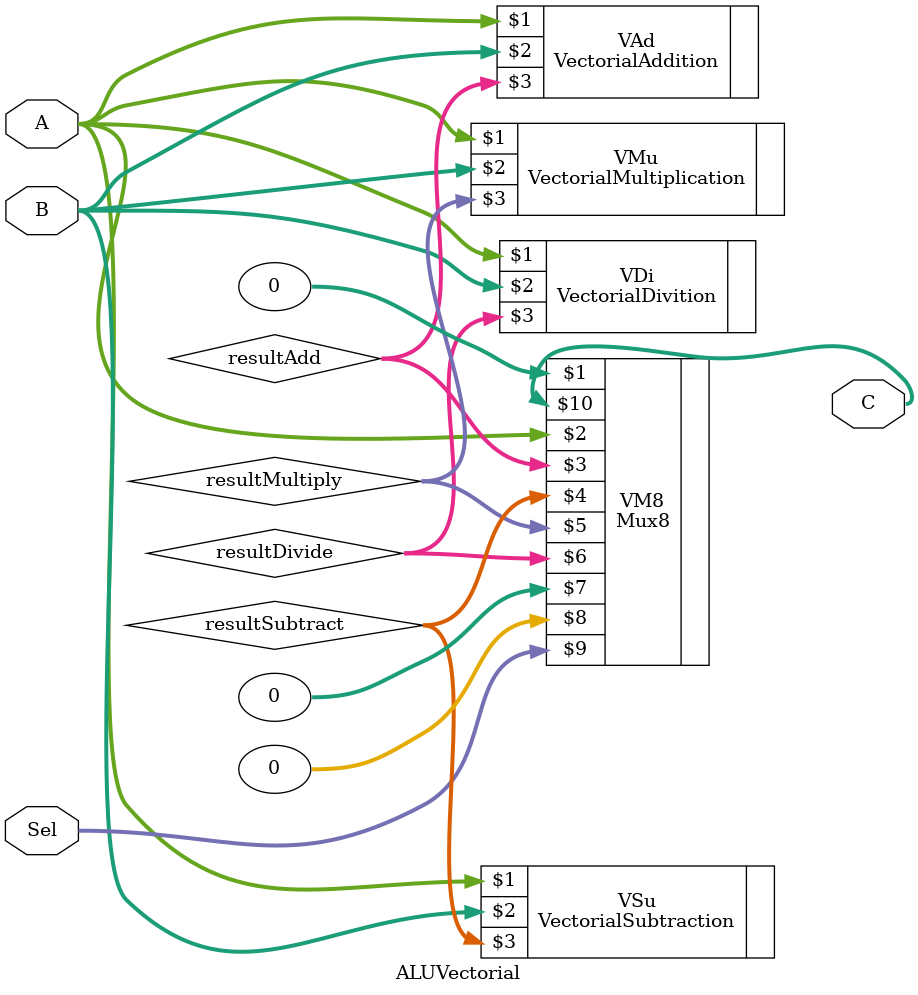
<source format=sv>
module ALUVectorial #(parameter N = 128) (input logic [N-1:0] A, B,
													   input logic [2:0] Sel,
													   output logic [N-1:0] C);

			
	logic [N-1:0] resultAdd, resultSubtract, resultMultiply, resultDivide;
			
	VectorialAddition #(N) VAd(A, B, resultAdd);
	VectorialSubtraction #(N) VSu(A, B, resultSubtract);
	VectorialMultiplication #(N) VMu(A, B, resultMultiply);
	VectorialDivition #(N) VDi(A, B, resultDivide);
	
	Mux8 #(N) VM8('b0, A, resultAdd, resultSubtract, resultMultiply, resultDivide, 'b0, 'b0, Sel, C);
					
endmodule 
</source>
